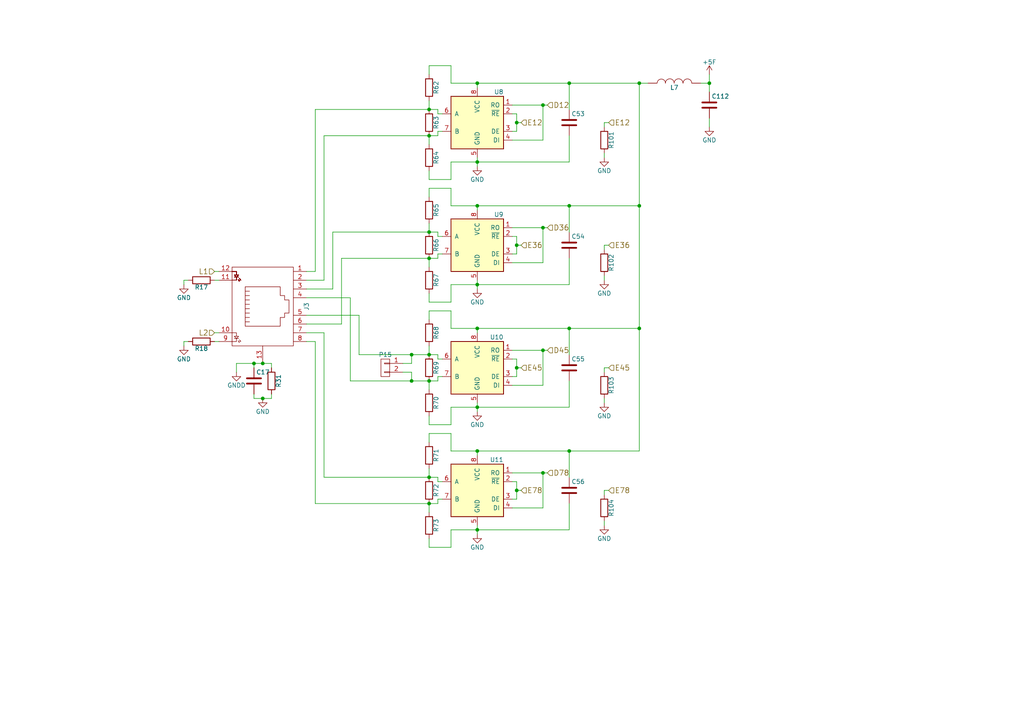
<source format=kicad_sch>
(kicad_sch (version 20211123) (generator eeschema)
  (paper "A4")
  (lib_symbols
    (symbol "stmbl_4.0-rescue:+5F-stmbl" (power) (pin_names (offset 0))
      (property "Value" "+5F-stmbl" (at 0 3.556 0))
      (symbol "+5F-stmbl_0_1"
        (polyline (pts (xy -0.762 1.27) (xy 0 2.54)))
        (polyline (pts (xy 0 0) (xy 0 2.54)))
        (polyline (pts (xy 0 2.54) (xy 0.762 1.27)))
      )
      (symbol "+5F-stmbl_1_1"
        (pin power_in line (at 0 0 90) (length 0) hide (name "+5F") (number "1"))
      )
    )
    (symbol "stmbl_4.0-rescue:C-stmbl" (pin_numbers hide) (pin_names (offset 0.254))
      (property "Reference" "C" (at 0.635 2.54 0))
      (property "Value" "C-stmbl" (at 0.635 -2.54 0))
      (symbol "C-stmbl_0_1"
        (polyline (pts (xy -2.032 -0.762) (xy 2.032 -0.762)) (stroke (width 0.508)))
        (polyline (pts (xy -2.032 0.762) (xy 2.032 0.762)) (stroke (width 0.508)))
      )
      (symbol "C-stmbl_1_1"
        (pin passive line (at 0 3.81 270) (length 2.794) (name "~") (number "1"))
        (pin passive line (at 0 -3.81 90) (length 2.794) (name "~") (number "2"))
      )
    )
    (symbol "stmbl_4.0-rescue:CONN_01X02-stmbl" (pin_names (offset 1.016) hide)
      (property "Reference" "P" (at 0 3.81 0))
      (property "Value" "CONN_01X02-stmbl" (at 2.54 0 90))
      (symbol "CONN_01X02-stmbl_0_1"
        (rectangle (start -1.27 -1.143) (end 0.254 -1.397))
        (rectangle (start -1.27 1.397) (end 0.254 1.143))
        (rectangle (start -1.27 2.54) (end 1.27 -2.54))
      )
      (symbol "CONN_01X02-stmbl_1_1"
        (pin passive line (at -5.08 1.27 0) (length 3.81) (name "P1") (number "1"))
        (pin passive line (at -5.08 -1.27 0) (length 3.81) (name "P2") (number "2"))
      )
    )
    (symbol "stmbl_4.0-rescue:GND-stmbl" (power) (pin_names (offset 0))
      (property "Value" "GND-stmbl" (at 0 -3.81 0))
      (symbol "GND-stmbl_0_1"
        (polyline (pts (xy 0 0) (xy 0 -1.27) (xy 1.27 -1.27) (xy 0 -2.54) (xy -1.27 -1.27) (xy 0 -1.27)))
      )
      (symbol "GND-stmbl_1_1"
        (pin power_in line (at 0 0 270) (length 0) hide (name "GND") (number "1"))
      )
    )
    (symbol "stmbl_4.0-rescue:GNDD-stmbl" (power) (pin_names (offset 0))
      (property "Value" "GNDD-stmbl" (at 0 -3.81 0))
      (symbol "GNDD-stmbl_0_1"
        (polyline (pts (xy 0 0) (xy 0 -1.27) (xy 1.27 -1.27) (xy 0 -2.54) (xy -1.27 -1.27) (xy 0 -1.27)))
      )
      (symbol "GNDD-stmbl_1_1"
        (pin power_in line (at 0 0 270) (length 0) hide (name "GNDD") (number "1"))
      )
    )
    (symbol "stmbl_4.0-rescue:INDUCTOR-stmbl" (pin_numbers hide) (pin_names (offset 1.016) hide)
      (property "Reference" "L" (at -1.27 0 90))
      (property "Value" "INDUCTOR-stmbl" (at 2.54 0 90))
      (symbol "INDUCTOR-stmbl_0_1"
        (arc (start 0.0254 -5.0546) (mid 1.2449 -3.8097) (end 0.0254 -2.54))
        (arc (start 0.0254 -2.5146) (mid 1.2703 -1.2444) (end 0.0254 0.0508))
        (arc (start 0.0254 0.0254) (mid 1.2703 1.2956) (end 0.0254 2.5908))
        (arc (start 0.0254 2.5654) (mid 1.1941 3.7595) (end 0.0254 4.9784))
      )
      (symbol "INDUCTOR-stmbl_1_1"
        (pin passive line (at 0 7.62 270) (length 2.54) (name "1") (number "1"))
        (pin passive line (at 0 -7.62 90) (length 2.54) (name "2") (number "2"))
      )
    )
    (symbol "stmbl_4.0-rescue:R-stmbl" (pin_numbers hide) (pin_names (offset 0))
      (property "Reference" "R" (at 2.032 0 90))
      (property "Value" "R-stmbl" (at 0 0 90))
      (symbol "R-stmbl_0_1"
        (rectangle (start -1.016 -2.54) (end 1.016 2.54) (stroke (width 0.254)))
      )
      (symbol "R-stmbl_1_1"
        (pin passive line (at 0 3.81 270) (length 1.27) (name "~") (number "1"))
        (pin passive line (at 0 -3.81 90) (length 1.27) (name "~") (number "2"))
      )
    )
    (symbol "stmbl_4.0-rescue:RJ45_LED-stmbl" (pin_names (offset 1.016))
      (property "Reference" "J" (at 0 -12.7 0))
      (property "Value" "RJ45_LED-stmbl" (at 0 10.16 0))
      (symbol "RJ45_LED-stmbl_0_1"
        (rectangle (start -11.43 -8.89) (end 11.43 8.89))
        (polyline (pts (xy 9.271 8.255) (xy 9.271 6.985)))
        (polyline (pts (xy -10.16 8.89) (xy -10.16 7.62) (xy -9.652 7.62)))
        (polyline (pts (xy -10.16 8.89) (xy -10.16 7.62) (xy -9.652 7.62)))
        (polyline (pts (xy -10.16 8.89) (xy -10.16 7.62) (xy -9.652 7.62)))
        (polyline (pts (xy -10.16 8.89) (xy -10.16 7.62) (xy -9.652 7.62)))
        (polyline (pts (xy -10.16 8.89) (xy -10.16 7.62) (xy -9.652 7.62)))
        (polyline (pts (xy -10.16 8.89) (xy -10.16 7.62) (xy -9.652 7.62)))
        (polyline (pts (xy -10.16 8.89) (xy -10.16 7.62) (xy -9.652 7.62)))
        (polyline (pts (xy -10.16 8.89) (xy -10.16 7.62) (xy -9.652 7.62)))
        (polyline (pts (xy -8.128 6.731) (xy -7.62 6.35) (xy -7.747 6.604)))
        (polyline (pts (xy -8.128 6.731) (xy -7.62 6.35) (xy -7.747 6.604)))
        (polyline (pts (xy -8.128 6.731) (xy -7.62 6.35) (xy -7.747 6.604)))
        (polyline (pts (xy -8.128 6.731) (xy -7.62 6.35) (xy -7.747 6.604)))
        (polyline (pts (xy -8.128 6.731) (xy -7.62 6.35) (xy -7.747 6.604)))
        (polyline (pts (xy -8.128 6.731) (xy -7.62 6.35) (xy -7.747 6.604)))
        (polyline (pts (xy -8.128 6.731) (xy -7.62 6.35) (xy -7.747 6.604)))
        (polyline (pts (xy -8.128 6.731) (xy -7.62 6.35) (xy -7.747 6.604)))
        (polyline (pts (xy -8.128 6.731) (xy -7.62 6.35) (xy -7.747 6.604)))
        (polyline (pts (xy -8.128 6.731) (xy -7.62 6.35) (xy -7.747 6.604)))
        (polyline (pts (xy -8.128 6.731) (xy -7.62 6.35) (xy -7.747 6.604)))
        (polyline (pts (xy -8.128 6.731) (xy -7.62 6.35) (xy -7.747 6.604)))
        (polyline (pts (xy -8.128 6.731) (xy -7.62 6.35) (xy -7.747 6.604)))
        (polyline (pts (xy -8.128 6.731) (xy -7.62 6.35) (xy -7.747 6.604)))
        (polyline (pts (xy -8.128 6.731) (xy -7.62 6.35) (xy -7.747 6.604)))
        (polyline (pts (xy -8.128 6.731) (xy -7.62 6.35) (xy -7.747 6.604)))
        (polyline (pts (xy -7.874 7.112) (xy -7.366 6.731) (xy -7.493 6.985)))
        (polyline (pts (xy -7.874 7.112) (xy -7.366 6.731) (xy -7.493 6.985)))
        (polyline (pts (xy -7.874 7.112) (xy -7.366 6.731) (xy -7.493 6.985)))
        (polyline (pts (xy -7.874 7.112) (xy -7.366 6.731) (xy -7.493 6.985)))
        (polyline (pts (xy -7.874 7.112) (xy -7.366 6.731) (xy -7.493 6.985)))
        (polyline (pts (xy -7.874 7.112) (xy -7.366 6.731) (xy -7.493 6.985)))
        (polyline (pts (xy -7.874 7.112) (xy -7.366 6.731) (xy -7.493 6.985)))
        (polyline (pts (xy -7.874 7.112) (xy -7.366 6.731) (xy -7.493 6.985)))
        (polyline (pts (xy -7.874 7.112) (xy -7.366 6.731) (xy -7.493 6.985)))
        (polyline (pts (xy -7.874 7.112) (xy -7.366 6.731) (xy -7.493 6.985)))
        (polyline (pts (xy -7.874 7.112) (xy -7.366 6.731) (xy -7.493 6.985)))
        (polyline (pts (xy -7.874 7.112) (xy -7.366 6.731) (xy -7.493 6.985)))
        (polyline (pts (xy -7.874 7.112) (xy -7.366 6.731) (xy -7.493 6.985)))
        (polyline (pts (xy -7.874 7.112) (xy -7.366 6.731) (xy -7.493 6.985)))
        (polyline (pts (xy -7.874 7.112) (xy -7.366 6.731) (xy -7.493 6.985)))
        (polyline (pts (xy -7.874 7.112) (xy -7.366 6.731) (xy -7.493 6.985)))
        (polyline (pts (xy -7.62 8.89) (xy -7.62 7.62) (xy -8.128 7.62)))
        (polyline (pts (xy -7.62 8.89) (xy -7.62 7.62) (xy -8.128 7.62)))
        (polyline (pts (xy -7.62 8.89) (xy -7.62 7.62) (xy -8.128 7.62)))
        (polyline (pts (xy -7.62 8.89) (xy -7.62 7.62) (xy -8.128 7.62)))
        (polyline (pts (xy -7.62 8.89) (xy -7.62 7.62) (xy -8.128 7.62)))
        (polyline (pts (xy -7.62 8.89) (xy -7.62 7.62) (xy -8.128 7.62)))
        (polyline (pts (xy -7.62 8.89) (xy -7.62 7.62) (xy -8.128 7.62)))
        (polyline (pts (xy -7.62 8.89) (xy -7.62 7.62) (xy -8.128 7.62)))
        (polyline (pts (xy -4.445 3.81) (xy -4.445 5.08) (xy -4.445 5.08)))
        (polyline (pts (xy -3.175 5.08) (xy -3.175 3.81) (xy -3.175 3.81)))
        (polyline (pts (xy -1.905 5.08) (xy -1.905 3.81) (xy -1.905 3.81)))
        (polyline (pts (xy -0.635 5.08) (xy -0.635 3.81) (xy -0.635 3.81)))
        (polyline (pts (xy 0.635 5.08) (xy 0.635 3.81) (xy 0.635 3.81)))
        (polyline (pts (xy 1.905 5.08) (xy 1.905 3.81) (xy 1.905 3.81)))
        (polyline (pts (xy 3.175 3.81) (xy 3.175 5.08) (xy 3.175 5.08)))
        (polyline (pts (xy 4.445 3.81) (xy 4.445 5.08) (xy 4.445 5.08)))
        (polyline (pts (xy 7.62 8.89) (xy 7.62 7.62) (xy 8.636 7.62)))
        (polyline (pts (xy 9.271 7.62) (xy 10.16 7.62) (xy 10.16 8.89)))
        (polyline (pts (xy 9.652 6.731) (xy 10.16 6.35) (xy 10.033 6.604)))
        (polyline (pts (xy 9.906 7.112) (xy 10.414 6.731) (xy 10.287 6.985)))
        (polyline (pts (xy -8.509 8.255) (xy -8.509 6.985) (xy -8.509 7.62) (xy -7.874 7.62)))
        (polyline (pts (xy -8.509 8.255) (xy -8.509 6.985) (xy -8.509 7.62) (xy -7.874 7.62)))
        (polyline (pts (xy -8.509 8.255) (xy -8.509 6.985) (xy -8.509 7.62) (xy -7.874 7.62)))
        (polyline (pts (xy -8.509 8.255) (xy -8.509 6.985) (xy -8.509 7.62) (xy -7.874 7.62)))
        (polyline (pts (xy -8.509 8.255) (xy -8.509 6.985) (xy -8.509 7.62) (xy -7.874 7.62)))
        (polyline (pts (xy -8.509 8.255) (xy -8.509 6.985) (xy -8.509 7.62) (xy -7.874 7.62)))
        (polyline (pts (xy -8.509 8.255) (xy -8.509 6.985) (xy -8.509 7.62) (xy -7.874 7.62)))
        (polyline (pts (xy -8.509 8.255) (xy -8.509 6.985) (xy -8.509 7.62) (xy -7.874 7.62)))
        (polyline (pts (xy 8.636 7.62) (xy 8.636 8.255) (xy 9.271 7.62) (xy 8.636 6.985) (xy 8.636 7.62)))
        (polyline (pts (xy -9.779 7.62) (xy -9.144 7.62) (xy -9.144 8.255) (xy -8.509 7.62) (xy -9.144 6.985) (xy -9.144 7.62)))
        (polyline (pts (xy -9.779 7.62) (xy -9.144 7.62) (xy -9.144 8.255) (xy -8.509 7.62) (xy -9.144 6.985) (xy -9.144 7.62)))
        (polyline (pts (xy -9.779 7.62) (xy -9.144 7.62) (xy -9.144 8.255) (xy -8.509 7.62) (xy -9.144 6.985) (xy -9.144 7.62)))
        (polyline (pts (xy -9.779 7.62) (xy -9.144 7.62) (xy -9.144 8.255) (xy -8.509 7.62) (xy -9.144 6.985) (xy -9.144 7.62)))
        (polyline (pts (xy -9.779 7.62) (xy -9.144 7.62) (xy -9.144 8.255) (xy -8.509 7.62) (xy -9.144 6.985) (xy -9.144 7.62)))
        (polyline (pts (xy -9.779 7.62) (xy -9.144 7.62) (xy -9.144 8.255) (xy -8.509 7.62) (xy -9.144 6.985) (xy -9.144 7.62)))
        (polyline (pts (xy -9.779 7.62) (xy -9.144 7.62) (xy -9.144 8.255) (xy -8.509 7.62) (xy -9.144 6.985) (xy -9.144 7.62)))
        (polyline (pts (xy -9.779 7.62) (xy -9.144 7.62) (xy -9.144 8.255) (xy -8.509 7.62) (xy -9.144 6.985) (xy -9.144 7.62)))
        (polyline (pts (xy -5.715 5.08) (xy 5.715 5.08) (xy 5.715 -5.08) (xy 3.175 -5.08) (xy 3.175 -6.35) (xy 1.905 -6.35) (xy 1.905 -7.62) (xy -1.905 -7.62) (xy -1.905 -6.35) (xy -3.175 -6.35) (xy -3.175 -5.08) (xy -5.715 -5.08) (xy -5.715 5.08) (xy -5.715 5.08)))
      )
      (symbol "RJ45_LED-stmbl_1_1"
        (pin passive line (at -10.16 -12.7 90) (length 3.81) (name "~") (number "1"))
        (pin passive line (at 7.62 12.7 270) (length 3.81) (name "~") (number "10"))
        (pin passive line (at -7.62 12.7 270) (length 3.81) (name "~") (number "11"))
        (pin passive line (at -10.16 12.7 270) (length 3.81) (name "~") (number "12"))
        (pin passive line (at 16.51 0 180) (length 5.08) (name "~") (number "13"))
        (pin passive line (at -7.62 -12.7 90) (length 3.81) (name "~") (number "2"))
        (pin passive line (at -5.08 -12.7 90) (length 3.81) (name "~") (number "3"))
        (pin passive line (at -2.54 -12.7 90) (length 3.81) (name "~") (number "4"))
        (pin passive line (at 2.54 -12.7 90) (length 3.81) (name "~") (number "5"))
        (pin passive line (at 5.08 -12.7 90) (length 3.81) (name "~") (number "6"))
        (pin passive line (at 7.62 -12.7 90) (length 3.81) (name "~") (number "7"))
        (pin passive line (at 10.16 -12.7 90) (length 3.81) (name "~") (number "8"))
        (pin passive line (at 10.16 12.7 270) (length 3.81) (name "~") (number "9"))
      )
    )
    (symbol "stmbl_4.0-rescue:SP3485-stmbl" (pin_names (offset 1.016))
      (property "Reference" "U" (at -7.62 8.89 0))
      (property "Value" "SP3485-stmbl" (at 2.54 8.89 0))
      (property "Footprint" "SO-8" (at 0 0 0))
      (symbol "SP3485-stmbl_0_1"
        (rectangle (start -7.62 7.62) (end 7.62 -7.62) (stroke (width 0.254)) (fill (type background)))
      )
      (symbol "SP3485-stmbl_1_1"
        (pin output line (at -10.16 5.08 0) (length 2.54) (name "RO") (number "1"))
        (pin input line (at -10.16 2.54 0) (length 2.54) (name "~{RE}") (number "2"))
        (pin input line (at -10.16 -2.54 0) (length 2.54) (name "DE") (number "3"))
        (pin input line (at -10.16 -5.08 0) (length 2.54) (name "DI") (number "4"))
        (pin power_in line (at 0 -10.16 90) (length 2.54) (name "GND") (number "5"))
        (pin bidirectional line (at 10.16 2.54 180) (length 2.54) (name "A") (number "6"))
        (pin bidirectional line (at 10.16 -2.54 180) (length 2.54) (name "B") (number "7"))
        (pin power_in line (at 0 10.16 270) (length 2.54) (name "VCC") (number "8"))
      )
    )
  )
  (junction (at 73.66 105.41))
  (junction (at 149.86 142.24))
  (junction (at 124.46 138.43))
  (junction (at 165.1 59.69))
  (junction (at 138.43 118.11))
  (junction (at 138.43 46.99))
  (junction (at 124.46 67.31))
  (junction (at 185.42 24.13))
  (junction (at 205.74 24.13))
  (junction (at 157.48 66.04))
  (junction (at 138.43 130.81))
  (junction (at 138.43 153.67))
  (junction (at 124.46 31.75))
  (junction (at 185.42 59.69))
  (junction (at 138.43 24.13))
  (junction (at 149.86 71.12))
  (junction (at 76.2 115.57))
  (junction (at 138.43 59.69))
  (junction (at 119.38 102.87))
  (junction (at 119.38 110.49))
  (junction (at 124.46 74.93))
  (junction (at 149.86 35.56))
  (junction (at 185.42 95.25))
  (junction (at 165.1 24.13))
  (junction (at 138.43 95.25))
  (junction (at 138.43 82.55))
  (junction (at 149.86 106.68))
  (junction (at 157.48 101.6))
  (junction (at 157.48 137.16))
  (junction (at 124.46 102.87))
  (junction (at 124.46 110.49))
  (junction (at 124.46 39.37))
  (junction (at 165.1 130.81))
  (junction (at 124.46 146.05))
  (junction (at 165.1 95.25))
  (junction (at 157.48 30.48))
  (junction (at 76.2 105.41))
  (wire (pts (xy 148.59 139.7) (xy 149.86 139.7)))
  (wire (pts (xy 148.59 30.48) (xy 157.48 30.48)))
  (wire (pts (xy 96.52 83.82) (xy 88.9 83.82)))
  (wire (pts (xy 119.38 102.87) (xy 104.14 102.87)))
  (wire (pts (xy 149.86 106.68) (xy 151.13 106.68)))
  (wire (pts (xy 203.2 24.13) (xy 205.74 24.13)))
  (wire (pts (xy 130.81 19.05) (xy 130.81 24.13)))
  (wire (pts (xy 165.1 118.11) (xy 165.1 110.49)))
  (wire (pts (xy 185.42 130.81) (xy 165.1 130.81)))
  (wire (pts (xy 124.46 123.19) (xy 130.81 123.19)))
  (wire (pts (xy 124.46 128.27) (xy 124.46 125.73)))
  (wire (pts (xy 124.46 41.91) (xy 124.46 39.37)))
  (wire (pts (xy 148.59 68.58) (xy 149.86 68.58)))
  (wire (pts (xy 73.66 105.41) (xy 76.2 105.41)))
  (wire (pts (xy 138.43 116.84) (xy 138.43 118.11)))
  (wire (pts (xy 73.66 106.68) (xy 73.66 105.41)))
  (wire (pts (xy 124.46 87.63) (xy 130.81 87.63)))
  (wire (pts (xy 124.46 102.87) (xy 119.38 102.87)))
  (wire (pts (xy 124.46 102.87) (xy 124.46 100.33)))
  (wire (pts (xy 127 110.49) (xy 124.46 110.49)))
  (wire (pts (xy 116.84 105.41) (xy 119.38 105.41)))
  (wire (pts (xy 88.9 96.52) (xy 93.98 96.52)))
  (wire (pts (xy 53.34 81.28) (xy 54.61 81.28)))
  (wire (pts (xy 149.86 73.66) (xy 148.59 73.66)))
  (wire (pts (xy 128.27 73.66) (xy 127 73.66)))
  (wire (pts (xy 165.1 153.67) (xy 165.1 146.05)))
  (wire (pts (xy 128.27 144.78) (xy 127 144.78)))
  (wire (pts (xy 127 38.1) (xy 127 39.37)))
  (wire (pts (xy 62.23 81.28) (xy 63.5 81.28)))
  (wire (pts (xy 149.86 144.78) (xy 148.59 144.78)))
  (wire (pts (xy 68.58 107.95) (xy 68.58 105.41)))
  (wire (pts (xy 138.43 153.67) (xy 165.1 153.67)))
  (wire (pts (xy 176.53 71.12) (xy 175.26 71.12)))
  (wire (pts (xy 175.26 106.68) (xy 175.26 107.95)))
  (wire (pts (xy 128.27 139.7) (xy 127 139.7)))
  (wire (pts (xy 175.26 80.01) (xy 175.26 81.28)))
  (wire (pts (xy 124.46 146.05) (xy 91.44 146.05)))
  (wire (pts (xy 124.46 74.93) (xy 99.06 74.93)))
  (wire (pts (xy 130.81 59.69) (xy 138.43 59.69)))
  (wire (pts (xy 138.43 95.25) (xy 130.81 95.25)))
  (wire (pts (xy 149.86 35.56) (xy 151.13 35.56)))
  (wire (pts (xy 185.42 24.13) (xy 187.96 24.13)))
  (wire (pts (xy 176.53 106.68) (xy 175.26 106.68)))
  (wire (pts (xy 138.43 118.11) (xy 165.1 118.11)))
  (wire (pts (xy 185.42 95.25) (xy 165.1 95.25)))
  (wire (pts (xy 91.44 146.05) (xy 91.44 99.06)))
  (wire (pts (xy 76.2 105.41) (xy 78.74 105.41)))
  (wire (pts (xy 165.1 130.81) (xy 165.1 138.43)))
  (wire (pts (xy 124.46 120.65) (xy 124.46 123.19)))
  (wire (pts (xy 127 68.58) (xy 127 67.31)))
  (wire (pts (xy 138.43 82.55) (xy 165.1 82.55)))
  (wire (pts (xy 124.46 90.17) (xy 130.81 90.17)))
  (wire (pts (xy 138.43 96.52) (xy 138.43 95.25)))
  (wire (pts (xy 119.38 110.49) (xy 101.6 110.49)))
  (wire (pts (xy 149.86 35.56) (xy 149.86 38.1)))
  (wire (pts (xy 124.46 125.73) (xy 130.81 125.73)))
  (wire (pts (xy 149.86 106.68) (xy 149.86 109.22)))
  (wire (pts (xy 124.46 135.89) (xy 124.46 138.43)))
  (wire (pts (xy 127 144.78) (xy 127 146.05)))
  (wire (pts (xy 138.43 60.96) (xy 138.43 59.69)))
  (wire (pts (xy 128.27 109.22) (xy 127 109.22)))
  (wire (pts (xy 119.38 105.41) (xy 119.38 102.87)))
  (wire (pts (xy 130.81 54.61) (xy 130.81 59.69)))
  (wire (pts (xy 101.6 110.49) (xy 101.6 86.36)))
  (wire (pts (xy 124.46 92.71) (xy 124.46 90.17)))
  (wire (pts (xy 124.46 19.05) (xy 130.81 19.05)))
  (wire (pts (xy 104.14 91.44) (xy 104.14 102.87)))
  (wire (pts (xy 127 39.37) (xy 124.46 39.37)))
  (wire (pts (xy 175.26 151.13) (xy 175.26 152.4)))
  (wire (pts (xy 116.84 107.95) (xy 119.38 107.95)))
  (wire (pts (xy 165.1 95.25) (xy 138.43 95.25)))
  (wire (pts (xy 128.27 104.14) (xy 127 104.14)))
  (wire (pts (xy 124.46 85.09) (xy 124.46 87.63)))
  (wire (pts (xy 157.48 30.48) (xy 158.75 30.48)))
  (wire (pts (xy 127 138.43) (xy 124.46 138.43)))
  (wire (pts (xy 175.26 35.56) (xy 175.26 36.83)))
  (wire (pts (xy 93.98 96.52) (xy 93.98 138.43)))
  (wire (pts (xy 124.46 52.07) (xy 130.81 52.07)))
  (wire (pts (xy 93.98 81.28) (xy 88.9 81.28)))
  (wire (pts (xy 130.81 52.07) (xy 130.81 46.99)))
  (wire (pts (xy 149.86 38.1) (xy 148.59 38.1)))
  (wire (pts (xy 78.74 115.57) (xy 78.74 114.3)))
  (wire (pts (xy 130.81 130.81) (xy 130.81 125.73)))
  (wire (pts (xy 101.6 86.36) (xy 88.9 86.36)))
  (wire (pts (xy 124.46 138.43) (xy 93.98 138.43)))
  (wire (pts (xy 128.27 33.02) (xy 127 33.02)))
  (wire (pts (xy 185.42 59.69) (xy 185.42 95.25)))
  (wire (pts (xy 127 139.7) (xy 127 138.43)))
  (wire (pts (xy 127 109.22) (xy 127 110.49)))
  (wire (pts (xy 127 33.02) (xy 127 31.75)))
  (wire (pts (xy 124.46 39.37) (xy 93.98 39.37)))
  (wire (pts (xy 157.48 66.04) (xy 158.75 66.04)))
  (wire (pts (xy 62.23 99.06) (xy 63.5 99.06)))
  (wire (pts (xy 127 104.14) (xy 127 102.87)))
  (wire (pts (xy 157.48 111.76) (xy 148.59 111.76)))
  (wire (pts (xy 53.34 82.55) (xy 53.34 81.28)))
  (wire (pts (xy 149.86 104.14) (xy 149.86 106.68)))
  (wire (pts (xy 157.48 111.76) (xy 157.48 101.6)))
  (wire (pts (xy 128.27 68.58) (xy 127 68.58)))
  (wire (pts (xy 63.5 96.52) (xy 62.23 96.52)))
  (wire (pts (xy 91.44 99.06) (xy 88.9 99.06)))
  (wire (pts (xy 53.34 99.06) (xy 54.61 99.06)))
  (wire (pts (xy 149.86 71.12) (xy 151.13 71.12)))
  (wire (pts (xy 124.46 77.47) (xy 124.46 74.93)))
  (wire (pts (xy 138.43 153.67) (xy 138.43 154.94)))
  (wire (pts (xy 138.43 59.69) (xy 165.1 59.69)))
  (wire (pts (xy 76.2 115.57) (xy 78.74 115.57)))
  (wire (pts (xy 127 73.66) (xy 127 74.93)))
  (wire (pts (xy 62.23 78.74) (xy 63.5 78.74)))
  (wire (pts (xy 157.48 76.2) (xy 157.48 66.04)))
  (wire (pts (xy 124.46 31.75) (xy 124.46 29.21)))
  (wire (pts (xy 91.44 78.74) (xy 91.44 31.75)))
  (wire (pts (xy 130.81 118.11) (xy 138.43 118.11)))
  (wire (pts (xy 130.81 24.13) (xy 138.43 24.13)))
  (wire (pts (xy 149.86 68.58) (xy 149.86 71.12)))
  (wire (pts (xy 138.43 82.55) (xy 138.43 83.82)))
  (wire (pts (xy 138.43 24.13) (xy 138.43 25.4)))
  (wire (pts (xy 130.81 153.67) (xy 138.43 153.67)))
  (wire (pts (xy 124.46 113.03) (xy 124.46 110.49)))
  (wire (pts (xy 96.52 67.31) (xy 96.52 83.82)))
  (wire (pts (xy 165.1 59.69) (xy 165.1 67.31)))
  (wire (pts (xy 128.27 38.1) (xy 127 38.1)))
  (wire (pts (xy 165.1 95.25) (xy 165.1 102.87)))
  (wire (pts (xy 157.48 30.48) (xy 157.48 40.64)))
  (wire (pts (xy 165.1 46.99) (xy 165.1 39.37)))
  (wire (pts (xy 99.06 93.98) (xy 99.06 74.93)))
  (wire (pts (xy 124.46 67.31) (xy 124.46 64.77)))
  (wire (pts (xy 175.26 115.57) (xy 175.26 116.84)))
  (wire (pts (xy 157.48 76.2) (xy 148.59 76.2)))
  (wire (pts (xy 88.9 78.74) (xy 91.44 78.74)))
  (wire (pts (xy 130.81 90.17) (xy 130.81 95.25)))
  (wire (pts (xy 93.98 39.37) (xy 93.98 81.28)))
  (wire (pts (xy 205.74 21.59) (xy 205.74 24.13)))
  (wire (pts (xy 138.43 130.81) (xy 130.81 130.81)))
  (wire (pts (xy 205.74 34.29) (xy 205.74 36.83)))
  (wire (pts (xy 130.81 46.99) (xy 138.43 46.99)))
  (wire (pts (xy 205.74 24.13) (xy 205.74 26.67)))
  (wire (pts (xy 165.1 82.55) (xy 165.1 74.93)))
  (wire (pts (xy 148.59 33.02) (xy 149.86 33.02)))
  (wire (pts (xy 176.53 35.56) (xy 175.26 35.56)))
  (wire (pts (xy 127 146.05) (xy 124.46 146.05)))
  (wire (pts (xy 149.86 139.7) (xy 149.86 142.24)))
  (wire (pts (xy 157.48 137.16) (xy 158.75 137.16)))
  (wire (pts (xy 148.59 104.14) (xy 149.86 104.14)))
  (wire (pts (xy 157.48 147.32) (xy 148.59 147.32)))
  (wire (pts (xy 175.26 44.45) (xy 175.26 45.72)))
  (wire (pts (xy 149.86 142.24) (xy 149.86 144.78)))
  (wire (pts (xy 124.46 110.49) (xy 119.38 110.49)))
  (wire (pts (xy 138.43 152.4) (xy 138.43 153.67)))
  (wire (pts (xy 185.42 95.25) (xy 185.42 130.81)))
  (wire (pts (xy 157.48 147.32) (xy 157.48 137.16)))
  (wire (pts (xy 149.86 71.12) (xy 149.86 73.66)))
  (wire (pts (xy 124.46 148.59) (xy 124.46 146.05)))
  (wire (pts (xy 78.74 105.41) (xy 78.74 106.68)))
  (wire (pts (xy 119.38 107.95) (xy 119.38 110.49)))
  (wire (pts (xy 157.48 101.6) (xy 158.75 101.6)))
  (wire (pts (xy 175.26 142.24) (xy 175.26 143.51)))
  (wire (pts (xy 124.46 31.75) (xy 91.44 31.75)))
  (wire (pts (xy 148.59 137.16) (xy 157.48 137.16)))
  (wire (pts (xy 149.86 33.02) (xy 149.86 35.56)))
  (wire (pts (xy 165.1 24.13) (xy 165.1 31.75)))
  (wire (pts (xy 138.43 46.99) (xy 138.43 48.26)))
  (wire (pts (xy 124.46 158.75) (xy 130.81 158.75)))
  (wire (pts (xy 124.46 54.61) (xy 130.81 54.61)))
  (wire (pts (xy 175.26 71.12) (xy 175.26 72.39)))
  (wire (pts (xy 165.1 24.13) (xy 185.42 24.13)))
  (wire (pts (xy 127 31.75) (xy 124.46 31.75)))
  (wire (pts (xy 176.53 142.24) (xy 175.26 142.24)))
  (wire (pts (xy 124.46 21.59) (xy 124.46 19.05)))
  (wire (pts (xy 138.43 46.99) (xy 165.1 46.99)))
  (wire (pts (xy 149.86 142.24) (xy 151.13 142.24)))
  (wire (pts (xy 124.46 156.21) (xy 124.46 158.75)))
  (wire (pts (xy 138.43 45.72) (xy 138.43 46.99)))
  (wire (pts (xy 148.59 101.6) (xy 157.48 101.6)))
  (wire (pts (xy 124.46 67.31) (xy 96.52 67.31)))
  (wire (pts (xy 130.81 82.55) (xy 138.43 82.55)))
  (wire (pts (xy 165.1 59.69) (xy 185.42 59.69)))
  (wire (pts (xy 68.58 105.41) (xy 73.66 105.41)))
  (wire (pts (xy 138.43 81.28) (xy 138.43 82.55)))
  (wire (pts (xy 127 67.31) (xy 124.46 67.31)))
  (wire (pts (xy 157.48 40.64) (xy 148.59 40.64)))
  (wire (pts (xy 88.9 93.98) (xy 99.06 93.98)))
  (wire (pts (xy 124.46 57.15) (xy 124.46 54.61)))
  (wire (pts (xy 53.34 100.33) (xy 53.34 99.06)))
  (wire (pts (xy 149.86 109.22) (xy 148.59 109.22)))
  (wire (pts (xy 130.81 158.75) (xy 130.81 153.67)))
  (wire (pts (xy 127 74.93) (xy 124.46 74.93)))
  (wire (pts (xy 124.46 49.53) (xy 124.46 52.07)))
  (wire (pts (xy 73.66 115.57) (xy 73.66 114.3)))
  (wire (pts (xy 130.81 123.19) (xy 130.81 118.11)))
  (wire (pts (xy 138.43 132.08) (xy 138.43 130.81)))
  (wire (pts (xy 148.59 66.04) (xy 157.48 66.04)))
  (wire (pts (xy 127 102.87) (xy 124.46 102.87)))
  (wire (pts (xy 130.81 87.63) (xy 130.81 82.55)))
  (wire (pts (xy 138.43 24.13) (xy 165.1 24.13)))
  (wire (pts (xy 185.42 24.13) (xy 185.42 59.69)))
  (wire (pts (xy 165.1 130.81) (xy 138.43 130.81)))
  (wire (pts (xy 138.43 118.11) (xy 138.43 119.38)))
  (wire (pts (xy 88.9 91.44) (xy 104.14 91.44)))
  (wire (pts (xy 73.66 115.57) (xy 76.2 115.57)))
  (hierarchical_label "E36" (shape input) (at 176.53 71.12 0) (effects (font (size 1.524 1.524))))
  (hierarchical_label "E12" (shape input) (at 151.13 35.56 0) (effects (font (size 1.524 1.524))))
  (hierarchical_label "D78" (shape input) (at 158.75 137.16 0) (effects (font (size 1.524 1.524))))
  (hierarchical_label "E45" (shape input) (at 176.53 106.68 0) (effects (font (size 1.524 1.524))))
  (hierarchical_label "D12" (shape input) (at 158.75 30.48 0) (effects (font (size 1.524 1.524))))
  (hierarchical_label "E78" (shape input) (at 151.13 142.24 0) (effects (font (size 1.524 1.524))))
  (hierarchical_label "D45" (shape input) (at 158.75 101.6 0) (effects (font (size 1.524 1.524))))
  (hierarchical_label "D36" (shape input) (at 158.75 66.04 0) (effects (font (size 1.524 1.524))))
  (hierarchical_label "E36" (shape input) (at 151.13 71.12 0) (effects (font (size 1.524 1.524))))
  (hierarchical_label "E12" (shape input) (at 176.53 35.56 0) (effects (font (size 1.524 1.524))))
  (hierarchical_label "E45" (shape input) (at 151.13 106.68 0) (effects (font (size 1.524 1.524))))
  (hierarchical_label "L1" (shape input) (at 62.23 78.74 180) (effects (font (size 1.524 1.524))))
  (hierarchical_label "E78" (shape input) (at 176.53 142.24 0) (effects (font (size 1.524 1.524))))
  (hierarchical_label "L2" (shape input) (at 62.23 96.52 180) (effects (font (size 1.524 1.524))))
  (symbol (lib_id "stmbl_4.0-rescue:SP3485-stmbl") (at 138.43 35.56 0) (mirror y) (unit 1)
    (property "Reference" "U8" (at 146.05 26.67 0) (effects (justify left)))
    (property "Manufacturer No" "SN65176B" (effects hide))
    (property "Manufacturer" "Texas Instruments" (effects hide))
  )
  (symbol (lib_id "stmbl_4.0-rescue:RJ45_LED-stmbl") (at 76.2 88.9 90) (mirror x) (unit 1)
    (property "Reference" "J3" (at 88.9 88.9 0))
    (property "Manufacturer No" "AJT34L8813-011" (effects hide))
    (property "Source" "https://de.aliexpress.com/item/Free-shipping-50pcs-lot-RJ45-connector-RJ45-socket-with-indicators-Ethernet/539701403.html" (effects hide))
    (property "Manufacturer" "METZ CONNECT" (effects hide))
  )
  (symbol (lib_id "stmbl_4.0-rescue:R-stmbl") (at 124.46 35.56 0) (unit 1)
    (property "Reference" "R63" (at 126.492 35.56 90))
    (property "Tolerance" "1%" (effects hide))
  )
  (symbol (lib_id "stmbl_4.0-rescue:C-stmbl") (at 165.1 35.56 0) (unit 1)
    (property "Reference" "C53" (at 165.735 33.02 0) (effects (justify left)))
    (property "Tolerance" "X5R" (effects hide))
    (property "Voltage" "50V" (effects hide))
  )
  (symbol (lib_id "stmbl_4.0-rescue:GND-stmbl") (at 138.43 48.26 0) (unit 1)
    (property "Reference" "#PWR091" (effects hide))
  )
  (symbol (lib_id "stmbl_4.0-rescue:SP3485-stmbl") (at 138.43 71.12 0) (mirror y) (unit 1)
    (property "Reference" "U9" (at 146.05 62.23 0) (effects (justify left)))
    (property "Manufacturer No" "SN65176B" (effects hide))
    (property "Manufacturer" "Texas Instruments" (effects hide))
  )
  (symbol (lib_id "stmbl_4.0-rescue:R-stmbl") (at 124.46 71.12 0) (unit 1)
    (property "Reference" "R66" (at 126.492 71.12 90))
    (property "Tolerance" "1%" (effects hide))
  )
  (symbol (lib_id "stmbl_4.0-rescue:C-stmbl") (at 165.1 71.12 0) (unit 1)
    (property "Reference" "C54" (at 165.735 68.58 0) (effects (justify left)))
    (property "Tolerance" "X5R" (effects hide))
    (property "Voltage" "50V" (effects hide))
  )
  (symbol (lib_id "stmbl_4.0-rescue:GND-stmbl") (at 138.43 83.82 0) (unit 1)
    (property "Reference" "#PWR092" (effects hide))
  )
  (symbol (lib_id "stmbl_4.0-rescue:SP3485-stmbl") (at 138.43 106.68 0) (mirror y) (unit 1)
    (property "Reference" "U10" (at 146.05 97.79 0) (effects (justify left)))
    (property "Manufacturer No" "SN65176B" (effects hide))
    (property "Manufacturer" "Texas Instruments" (effects hide))
  )
  (symbol (lib_id "stmbl_4.0-rescue:R-stmbl") (at 124.46 106.68 0) (unit 1)
    (property "Reference" "R69" (at 126.492 106.68 90))
    (property "Tolerance" "1%" (effects hide))
  )
  (symbol (lib_id "stmbl_4.0-rescue:C-stmbl") (at 165.1 106.68 0) (unit 1)
    (property "Reference" "C55" (at 165.735 104.14 0) (effects (justify left)))
    (property "Tolerance" "X5R" (effects hide))
    (property "Voltage" "50V" (effects hide))
  )
  (symbol (lib_id "stmbl_4.0-rescue:GND-stmbl") (at 138.43 119.38 0) (unit 1)
    (property "Reference" "#PWR093" (effects hide))
  )
  (symbol (lib_id "stmbl_4.0-rescue:SP3485-stmbl") (at 138.43 142.24 0) (mirror y) (unit 1)
    (property "Reference" "U11" (at 146.05 133.35 0) (effects (justify left)))
    (property "Manufacturer No" "SN65176B" (effects hide))
    (property "Manufacturer" "Texas Instruments" (effects hide))
  )
  (symbol (lib_id "stmbl_4.0-rescue:R-stmbl") (at 124.46 142.24 0) (unit 1)
    (property "Reference" "R72" (at 126.492 142.24 90))
    (property "Tolerance" "1%" (effects hide))
  )
  (symbol (lib_id "stmbl_4.0-rescue:C-stmbl") (at 165.1 142.24 0) (unit 1)
    (property "Reference" "C56" (at 165.735 139.7 0) (effects (justify left)))
    (property "Tolerance" "X5R" (effects hide))
    (property "Voltage" "50V" (effects hide))
  )
  (symbol (lib_id "stmbl_4.0-rescue:GND-stmbl") (at 138.43 154.94 0) (unit 1)
    (property "Reference" "#PWR094" (effects hide))
  )
  (symbol (lib_id "stmbl_4.0-rescue:R-stmbl") (at 78.74 110.49 0) (unit 1)
    (property "Reference" "R31" (at 80.772 110.49 90))
    (property "Tolerance" "1%" (effects hide))
  )
  (symbol (lib_id "stmbl_4.0-rescue:C-stmbl") (at 73.66 110.49 0) (unit 1)
    (property "Reference" "C17" (at 74.295 107.95 0) (effects (justify left)))
    (property "Tolerance" "X5R" (effects hide))
    (property "Voltage" "50V" (effects hide))
  )
  (symbol (lib_id "stmbl_4.0-rescue:GND-stmbl") (at 76.2 115.57 0) (unit 1)
    (property "Reference" "#PWR095" (effects hide))
  )
  (symbol (lib_id "stmbl_4.0-rescue:GND-stmbl") (at 53.34 100.33 0) (unit 1)
    (property "Reference" "#PWR096" (effects hide))
  )
  (symbol (lib_id "stmbl_4.0-rescue:GND-stmbl") (at 53.34 82.55 0) (unit 1)
    (property "Reference" "#PWR097" (effects hide))
  )
  (symbol (lib_id "stmbl_4.0-rescue:R-stmbl") (at 58.42 81.28 270) (unit 1)
    (property "Reference" "R17" (at 58.42 83.312 90))
    (property "Tolerance" "1%" (effects hide))
  )
  (symbol (lib_id "stmbl_4.0-rescue:R-stmbl") (at 58.42 99.06 270) (unit 1)
    (property "Reference" "R18" (at 58.42 101.092 90))
    (property "Tolerance" "1%" (effects hide))
  )
  (symbol (lib_id "stmbl_4.0-rescue:R-stmbl") (at 124.46 25.4 0) (unit 1)
    (property "Reference" "R62" (at 126.492 25.4 90))
    (property "Tolerance" "1%" (effects hide))
  )
  (symbol (lib_id "stmbl_4.0-rescue:R-stmbl") (at 124.46 45.72 0) (unit 1)
    (property "Reference" "R64" (at 126.492 45.72 90))
    (property "Tolerance" "1%" (effects hide))
  )
  (symbol (lib_id "stmbl_4.0-rescue:R-stmbl") (at 124.46 60.96 0) (unit 1)
    (property "Reference" "R65" (at 126.492 60.96 90))
    (property "Tolerance" "1%" (effects hide))
  )
  (symbol (lib_id "stmbl_4.0-rescue:R-stmbl") (at 124.46 81.28 0) (unit 1)
    (property "Reference" "R67" (at 126.492 81.28 90))
    (property "Tolerance" "1%" (effects hide))
  )
  (symbol (lib_id "stmbl_4.0-rescue:R-stmbl") (at 124.46 96.52 0) (unit 1)
    (property "Reference" "R68" (at 126.492 96.52 90))
    (property "Tolerance" "1%" (effects hide))
  )
  (symbol (lib_id "stmbl_4.0-rescue:R-stmbl") (at 124.46 116.84 0) (unit 1)
    (property "Reference" "R70" (at 126.492 116.84 90))
    (property "Tolerance" "1%" (effects hide))
  )
  (symbol (lib_id "stmbl_4.0-rescue:R-stmbl") (at 124.46 132.08 0) (unit 1)
    (property "Reference" "R71" (at 126.492 132.08 90))
    (property "Tolerance" "1%" (effects hide))
  )
  (symbol (lib_id "stmbl_4.0-rescue:R-stmbl") (at 124.46 152.4 0) (unit 1)
    (property "Reference" "R73" (at 126.492 152.4 90))
    (property "Tolerance" "1%" (effects hide))
  )
  (symbol (lib_id "stmbl_4.0-rescue:R-stmbl") (at 175.26 40.64 0) (unit 1)
    (property "Reference" "R101" (at 177.292 40.64 90))
    (property "Tolerance" "1%" (effects hide))
  )
  (symbol (lib_id "stmbl_4.0-rescue:GND-stmbl") (at 175.26 45.72 0) (unit 1)
    (property "Reference" "#PWR098" (effects hide))
  )
  (symbol (lib_id "stmbl_4.0-rescue:R-stmbl") (at 175.26 76.2 0) (unit 1)
    (property "Reference" "R102" (at 177.292 76.2 90))
    (property "Tolerance" "1%" (effects hide))
  )
  (symbol (lib_id "stmbl_4.0-rescue:GND-stmbl") (at 175.26 81.28 0) (unit 1)
    (property "Reference" "#PWR099" (effects hide))
  )
  (symbol (lib_id "stmbl_4.0-rescue:R-stmbl") (at 175.26 111.76 0) (unit 1)
    (property "Reference" "R103" (at 177.292 111.76 90))
    (property "Tolerance" "1%" (effects hide))
  )
  (symbol (lib_id "stmbl_4.0-rescue:GND-stmbl") (at 175.26 116.84 0) (unit 1)
    (property "Reference" "#PWR0100" (effects hide))
  )
  (symbol (lib_id "stmbl_4.0-rescue:R-stmbl") (at 175.26 147.32 0) (unit 1)
    (property "Reference" "R104" (at 177.292 147.32 90))
    (property "Tolerance" "1%" (effects hide))
  )
  (symbol (lib_id "stmbl_4.0-rescue:GND-stmbl") (at 175.26 152.4 0) (unit 1)
    (property "Reference" "#PWR0101" (effects hide))
  )
  (symbol (lib_id "stmbl_4.0-rescue:INDUCTOR-stmbl") (at 195.58 24.13 90) (unit 1)
    (property "Reference" "L7" (at 195.58 25.4 90))
    (property "Manufacturer No" "BLM18AG221SN1" (effects hide))
    (property "Source" "https://de.aliexpress.com/item/500-PCS-LOT-patch-magnetic-bead-FB-BLM18AG221SN1-0603-220-r-0-5-A-magnetic-beads/32675343247.html" (effects hide))
    (property "Manufacturer" "Murata" (effects hide))
  )
  (symbol (lib_id "stmbl_4.0-rescue:C-stmbl") (at 205.74 30.48 0) (unit 1)
    (property "Reference" "C112" (at 206.375 27.94 0) (effects (justify left)))
    (property "Tolerance" "X5R" (effects hide))
    (property "Voltage" "50V" (effects hide))
  )
  (symbol (lib_id "stmbl_4.0-rescue:GND-stmbl") (at 205.74 36.83 0) (unit 1)
    (property "Reference" "#PWR0102" (effects hide))
  )
  (symbol (lib_id "stmbl_4.0-rescue:CONN_01X02-stmbl") (at 111.76 106.68 0) (mirror y) (unit 1)
    (property "Reference" "P15" (at 111.76 102.87 0))
    (property "Manufacturer No" "1844210" (effects hide))
    (property "Manufacturer" "Phoenix" (effects hide))
  )
  (symbol (lib_id "stmbl_4.0-rescue:+5F-stmbl") (at 205.74 21.59 0) (unit 1)
    (property "Reference" "#PWR0103" (effects hide))
  )
  (symbol (lib_id "stmbl_4.0-rescue:GNDD-stmbl") (at 68.58 107.95 0) (unit 1)
    (property "Reference" "#PWR0104" (effects hide))
  )
)
</source>
